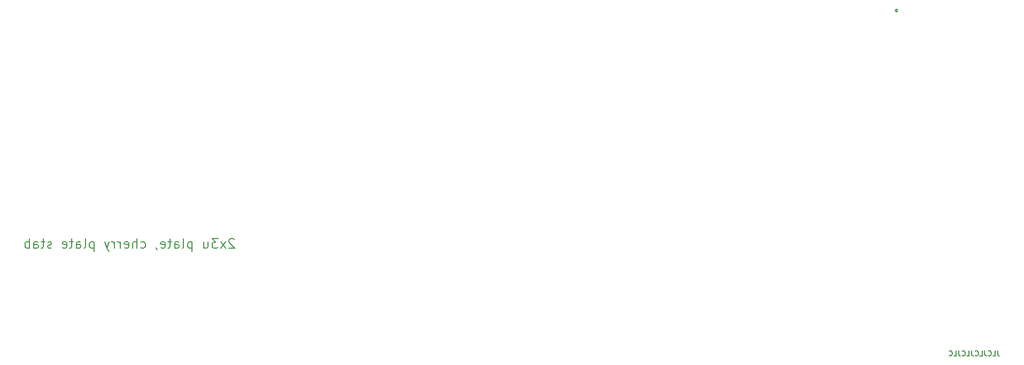
<source format=gbo>
G04 #@! TF.GenerationSoftware,KiCad,Pcbnew,7.0.5.1-1-g8f565ef7f0-dirty-deb11*
G04 #@! TF.CreationDate,2023-08-09T16:09:14+00:00*
G04 #@! TF.ProjectId,plate,706c6174-652e-46b6-9963-61645f706362,rev?*
G04 #@! TF.SameCoordinates,Original*
G04 #@! TF.FileFunction,Legend,Bot*
G04 #@! TF.FilePolarity,Positive*
%FSLAX46Y46*%
G04 Gerber Fmt 4.6, Leading zero omitted, Abs format (unit mm)*
G04 Created by KiCad (PCBNEW 7.0.5.1-1-g8f565ef7f0-dirty-deb11) date 2023-08-09 16:09:14*
%MOMM*%
%LPD*%
G01*
G04 APERTURE LIST*
%ADD10C,0.150000*%
%ADD11C,3.200000*%
G04 APERTURE END LIST*
D10*
X252327136Y-74217592D02*
G75*
G03*
X252327136Y-74217592I-194818J0D01*
G01*
X268133518Y-128216795D02*
X268133518Y-128788223D01*
X268133518Y-128788223D02*
X268171613Y-128902509D01*
X268171613Y-128902509D02*
X268247804Y-128978700D01*
X268247804Y-128978700D02*
X268362089Y-129016795D01*
X268362089Y-129016795D02*
X268438280Y-129016795D01*
X267371613Y-129016795D02*
X267752565Y-129016795D01*
X267752565Y-129016795D02*
X267752565Y-128216795D01*
X266647803Y-128940604D02*
X266685899Y-128978700D01*
X266685899Y-128978700D02*
X266800184Y-129016795D01*
X266800184Y-129016795D02*
X266876375Y-129016795D01*
X266876375Y-129016795D02*
X266990661Y-128978700D01*
X266990661Y-128978700D02*
X267066851Y-128902509D01*
X267066851Y-128902509D02*
X267104946Y-128826319D01*
X267104946Y-128826319D02*
X267143042Y-128673938D01*
X267143042Y-128673938D02*
X267143042Y-128559652D01*
X267143042Y-128559652D02*
X267104946Y-128407271D01*
X267104946Y-128407271D02*
X267066851Y-128331080D01*
X267066851Y-128331080D02*
X266990661Y-128254890D01*
X266990661Y-128254890D02*
X266876375Y-128216795D01*
X266876375Y-128216795D02*
X266800184Y-128216795D01*
X266800184Y-128216795D02*
X266685899Y-128254890D01*
X266685899Y-128254890D02*
X266647803Y-128292985D01*
X266076375Y-128216795D02*
X266076375Y-128788223D01*
X266076375Y-128788223D02*
X266114470Y-128902509D01*
X266114470Y-128902509D02*
X266190661Y-128978700D01*
X266190661Y-128978700D02*
X266304946Y-129016795D01*
X266304946Y-129016795D02*
X266381137Y-129016795D01*
X265314470Y-129016795D02*
X265695422Y-129016795D01*
X265695422Y-129016795D02*
X265695422Y-128216795D01*
X264590660Y-128940604D02*
X264628756Y-128978700D01*
X264628756Y-128978700D02*
X264743041Y-129016795D01*
X264743041Y-129016795D02*
X264819232Y-129016795D01*
X264819232Y-129016795D02*
X264933518Y-128978700D01*
X264933518Y-128978700D02*
X265009708Y-128902509D01*
X265009708Y-128902509D02*
X265047803Y-128826319D01*
X265047803Y-128826319D02*
X265085899Y-128673938D01*
X265085899Y-128673938D02*
X265085899Y-128559652D01*
X265085899Y-128559652D02*
X265047803Y-128407271D01*
X265047803Y-128407271D02*
X265009708Y-128331080D01*
X265009708Y-128331080D02*
X264933518Y-128254890D01*
X264933518Y-128254890D02*
X264819232Y-128216795D01*
X264819232Y-128216795D02*
X264743041Y-128216795D01*
X264743041Y-128216795D02*
X264628756Y-128254890D01*
X264628756Y-128254890D02*
X264590660Y-128292985D01*
X264019232Y-128216795D02*
X264019232Y-128788223D01*
X264019232Y-128788223D02*
X264057327Y-128902509D01*
X264057327Y-128902509D02*
X264133518Y-128978700D01*
X264133518Y-128978700D02*
X264247803Y-129016795D01*
X264247803Y-129016795D02*
X264323994Y-129016795D01*
X263257327Y-129016795D02*
X263638279Y-129016795D01*
X263638279Y-129016795D02*
X263638279Y-128216795D01*
X262533517Y-128940604D02*
X262571613Y-128978700D01*
X262571613Y-128978700D02*
X262685898Y-129016795D01*
X262685898Y-129016795D02*
X262762089Y-129016795D01*
X262762089Y-129016795D02*
X262876375Y-128978700D01*
X262876375Y-128978700D02*
X262952565Y-128902509D01*
X262952565Y-128902509D02*
X262990660Y-128826319D01*
X262990660Y-128826319D02*
X263028756Y-128673938D01*
X263028756Y-128673938D02*
X263028756Y-128559652D01*
X263028756Y-128559652D02*
X262990660Y-128407271D01*
X262990660Y-128407271D02*
X262952565Y-128331080D01*
X262952565Y-128331080D02*
X262876375Y-128254890D01*
X262876375Y-128254890D02*
X262762089Y-128216795D01*
X262762089Y-128216795D02*
X262685898Y-128216795D01*
X262685898Y-128216795D02*
X262571613Y-128254890D01*
X262571613Y-128254890D02*
X262533517Y-128292985D01*
X261962089Y-128216795D02*
X261962089Y-128788223D01*
X261962089Y-128788223D02*
X262000184Y-128902509D01*
X262000184Y-128902509D02*
X262076375Y-128978700D01*
X262076375Y-128978700D02*
X262190660Y-129016795D01*
X262190660Y-129016795D02*
X262266851Y-129016795D01*
X261200184Y-129016795D02*
X261581136Y-129016795D01*
X261581136Y-129016795D02*
X261581136Y-128216795D01*
X260476374Y-128940604D02*
X260514470Y-128978700D01*
X260514470Y-128978700D02*
X260628755Y-129016795D01*
X260628755Y-129016795D02*
X260704946Y-129016795D01*
X260704946Y-129016795D02*
X260819232Y-128978700D01*
X260819232Y-128978700D02*
X260895422Y-128902509D01*
X260895422Y-128902509D02*
X260933517Y-128826319D01*
X260933517Y-128826319D02*
X260971613Y-128673938D01*
X260971613Y-128673938D02*
X260971613Y-128559652D01*
X260971613Y-128559652D02*
X260933517Y-128407271D01*
X260933517Y-128407271D02*
X260895422Y-128331080D01*
X260895422Y-128331080D02*
X260819232Y-128254890D01*
X260819232Y-128254890D02*
X260704946Y-128216795D01*
X260704946Y-128216795D02*
X260628755Y-128216795D01*
X260628755Y-128216795D02*
X260514470Y-128254890D01*
X260514470Y-128254890D02*
X260476374Y-128292985D01*
X147266851Y-110573985D02*
X147195423Y-110502557D01*
X147195423Y-110502557D02*
X147052566Y-110431128D01*
X147052566Y-110431128D02*
X146695423Y-110431128D01*
X146695423Y-110431128D02*
X146552566Y-110502557D01*
X146552566Y-110502557D02*
X146481137Y-110573985D01*
X146481137Y-110573985D02*
X146409708Y-110716842D01*
X146409708Y-110716842D02*
X146409708Y-110859700D01*
X146409708Y-110859700D02*
X146481137Y-111073985D01*
X146481137Y-111073985D02*
X147338280Y-111931128D01*
X147338280Y-111931128D02*
X146409708Y-111931128D01*
X145909709Y-111931128D02*
X145123995Y-110931128D01*
X145909709Y-110931128D02*
X145123995Y-111931128D01*
X144695423Y-110431128D02*
X143766851Y-110431128D01*
X143766851Y-110431128D02*
X144266851Y-111002557D01*
X144266851Y-111002557D02*
X144052566Y-111002557D01*
X144052566Y-111002557D02*
X143909709Y-111073985D01*
X143909709Y-111073985D02*
X143838280Y-111145414D01*
X143838280Y-111145414D02*
X143766851Y-111288271D01*
X143766851Y-111288271D02*
X143766851Y-111645414D01*
X143766851Y-111645414D02*
X143838280Y-111788271D01*
X143838280Y-111788271D02*
X143909709Y-111859700D01*
X143909709Y-111859700D02*
X144052566Y-111931128D01*
X144052566Y-111931128D02*
X144481137Y-111931128D01*
X144481137Y-111931128D02*
X144623994Y-111859700D01*
X144623994Y-111859700D02*
X144695423Y-111788271D01*
X142481138Y-110931128D02*
X142481138Y-111931128D01*
X143123995Y-110931128D02*
X143123995Y-111716842D01*
X143123995Y-111716842D02*
X143052566Y-111859700D01*
X143052566Y-111859700D02*
X142909709Y-111931128D01*
X142909709Y-111931128D02*
X142695423Y-111931128D01*
X142695423Y-111931128D02*
X142552566Y-111859700D01*
X142552566Y-111859700D02*
X142481138Y-111788271D01*
X140623995Y-110931128D02*
X140623995Y-112431128D01*
X140623995Y-111002557D02*
X140481138Y-110931128D01*
X140481138Y-110931128D02*
X140195423Y-110931128D01*
X140195423Y-110931128D02*
X140052566Y-111002557D01*
X140052566Y-111002557D02*
X139981138Y-111073985D01*
X139981138Y-111073985D02*
X139909709Y-111216842D01*
X139909709Y-111216842D02*
X139909709Y-111645414D01*
X139909709Y-111645414D02*
X139981138Y-111788271D01*
X139981138Y-111788271D02*
X140052566Y-111859700D01*
X140052566Y-111859700D02*
X140195423Y-111931128D01*
X140195423Y-111931128D02*
X140481138Y-111931128D01*
X140481138Y-111931128D02*
X140623995Y-111859700D01*
X139052566Y-111931128D02*
X139195423Y-111859700D01*
X139195423Y-111859700D02*
X139266852Y-111716842D01*
X139266852Y-111716842D02*
X139266852Y-110431128D01*
X137838281Y-111931128D02*
X137838281Y-111145414D01*
X137838281Y-111145414D02*
X137909709Y-111002557D01*
X137909709Y-111002557D02*
X138052566Y-110931128D01*
X138052566Y-110931128D02*
X138338281Y-110931128D01*
X138338281Y-110931128D02*
X138481138Y-111002557D01*
X137838281Y-111859700D02*
X137981138Y-111931128D01*
X137981138Y-111931128D02*
X138338281Y-111931128D01*
X138338281Y-111931128D02*
X138481138Y-111859700D01*
X138481138Y-111859700D02*
X138552566Y-111716842D01*
X138552566Y-111716842D02*
X138552566Y-111573985D01*
X138552566Y-111573985D02*
X138481138Y-111431128D01*
X138481138Y-111431128D02*
X138338281Y-111359700D01*
X138338281Y-111359700D02*
X137981138Y-111359700D01*
X137981138Y-111359700D02*
X137838281Y-111288271D01*
X137338280Y-110931128D02*
X136766852Y-110931128D01*
X137123995Y-110431128D02*
X137123995Y-111716842D01*
X137123995Y-111716842D02*
X137052566Y-111859700D01*
X137052566Y-111859700D02*
X136909709Y-111931128D01*
X136909709Y-111931128D02*
X136766852Y-111931128D01*
X135695423Y-111859700D02*
X135838280Y-111931128D01*
X135838280Y-111931128D02*
X136123995Y-111931128D01*
X136123995Y-111931128D02*
X136266852Y-111859700D01*
X136266852Y-111859700D02*
X136338280Y-111716842D01*
X136338280Y-111716842D02*
X136338280Y-111145414D01*
X136338280Y-111145414D02*
X136266852Y-111002557D01*
X136266852Y-111002557D02*
X136123995Y-110931128D01*
X136123995Y-110931128D02*
X135838280Y-110931128D01*
X135838280Y-110931128D02*
X135695423Y-111002557D01*
X135695423Y-111002557D02*
X135623995Y-111145414D01*
X135623995Y-111145414D02*
X135623995Y-111288271D01*
X135623995Y-111288271D02*
X136338280Y-111431128D01*
X134909709Y-111859700D02*
X134909709Y-111931128D01*
X134909709Y-111931128D02*
X134981138Y-112073985D01*
X134981138Y-112073985D02*
X135052566Y-112145414D01*
X132481138Y-111859700D02*
X132623995Y-111931128D01*
X132623995Y-111931128D02*
X132909709Y-111931128D01*
X132909709Y-111931128D02*
X133052566Y-111859700D01*
X133052566Y-111859700D02*
X133123995Y-111788271D01*
X133123995Y-111788271D02*
X133195423Y-111645414D01*
X133195423Y-111645414D02*
X133195423Y-111216842D01*
X133195423Y-111216842D02*
X133123995Y-111073985D01*
X133123995Y-111073985D02*
X133052566Y-111002557D01*
X133052566Y-111002557D02*
X132909709Y-110931128D01*
X132909709Y-110931128D02*
X132623995Y-110931128D01*
X132623995Y-110931128D02*
X132481138Y-111002557D01*
X131838281Y-111931128D02*
X131838281Y-110431128D01*
X131195424Y-111931128D02*
X131195424Y-111145414D01*
X131195424Y-111145414D02*
X131266852Y-111002557D01*
X131266852Y-111002557D02*
X131409709Y-110931128D01*
X131409709Y-110931128D02*
X131623995Y-110931128D01*
X131623995Y-110931128D02*
X131766852Y-111002557D01*
X131766852Y-111002557D02*
X131838281Y-111073985D01*
X129909709Y-111859700D02*
X130052566Y-111931128D01*
X130052566Y-111931128D02*
X130338281Y-111931128D01*
X130338281Y-111931128D02*
X130481138Y-111859700D01*
X130481138Y-111859700D02*
X130552566Y-111716842D01*
X130552566Y-111716842D02*
X130552566Y-111145414D01*
X130552566Y-111145414D02*
X130481138Y-111002557D01*
X130481138Y-111002557D02*
X130338281Y-110931128D01*
X130338281Y-110931128D02*
X130052566Y-110931128D01*
X130052566Y-110931128D02*
X129909709Y-111002557D01*
X129909709Y-111002557D02*
X129838281Y-111145414D01*
X129838281Y-111145414D02*
X129838281Y-111288271D01*
X129838281Y-111288271D02*
X130552566Y-111431128D01*
X129195424Y-111931128D02*
X129195424Y-110931128D01*
X129195424Y-111216842D02*
X129123995Y-111073985D01*
X129123995Y-111073985D02*
X129052567Y-111002557D01*
X129052567Y-111002557D02*
X128909709Y-110931128D01*
X128909709Y-110931128D02*
X128766852Y-110931128D01*
X128266853Y-111931128D02*
X128266853Y-110931128D01*
X128266853Y-111216842D02*
X128195424Y-111073985D01*
X128195424Y-111073985D02*
X128123996Y-111002557D01*
X128123996Y-111002557D02*
X127981138Y-110931128D01*
X127981138Y-110931128D02*
X127838281Y-110931128D01*
X127481139Y-110931128D02*
X127123996Y-111931128D01*
X126766853Y-110931128D02*
X127123996Y-111931128D01*
X127123996Y-111931128D02*
X127266853Y-112288271D01*
X127266853Y-112288271D02*
X127338282Y-112359700D01*
X127338282Y-112359700D02*
X127481139Y-112431128D01*
X125052568Y-110931128D02*
X125052568Y-112431128D01*
X125052568Y-111002557D02*
X124909711Y-110931128D01*
X124909711Y-110931128D02*
X124623996Y-110931128D01*
X124623996Y-110931128D02*
X124481139Y-111002557D01*
X124481139Y-111002557D02*
X124409711Y-111073985D01*
X124409711Y-111073985D02*
X124338282Y-111216842D01*
X124338282Y-111216842D02*
X124338282Y-111645414D01*
X124338282Y-111645414D02*
X124409711Y-111788271D01*
X124409711Y-111788271D02*
X124481139Y-111859700D01*
X124481139Y-111859700D02*
X124623996Y-111931128D01*
X124623996Y-111931128D02*
X124909711Y-111931128D01*
X124909711Y-111931128D02*
X125052568Y-111859700D01*
X123481139Y-111931128D02*
X123623996Y-111859700D01*
X123623996Y-111859700D02*
X123695425Y-111716842D01*
X123695425Y-111716842D02*
X123695425Y-110431128D01*
X122266854Y-111931128D02*
X122266854Y-111145414D01*
X122266854Y-111145414D02*
X122338282Y-111002557D01*
X122338282Y-111002557D02*
X122481139Y-110931128D01*
X122481139Y-110931128D02*
X122766854Y-110931128D01*
X122766854Y-110931128D02*
X122909711Y-111002557D01*
X122266854Y-111859700D02*
X122409711Y-111931128D01*
X122409711Y-111931128D02*
X122766854Y-111931128D01*
X122766854Y-111931128D02*
X122909711Y-111859700D01*
X122909711Y-111859700D02*
X122981139Y-111716842D01*
X122981139Y-111716842D02*
X122981139Y-111573985D01*
X122981139Y-111573985D02*
X122909711Y-111431128D01*
X122909711Y-111431128D02*
X122766854Y-111359700D01*
X122766854Y-111359700D02*
X122409711Y-111359700D01*
X122409711Y-111359700D02*
X122266854Y-111288271D01*
X121766853Y-110931128D02*
X121195425Y-110931128D01*
X121552568Y-110431128D02*
X121552568Y-111716842D01*
X121552568Y-111716842D02*
X121481139Y-111859700D01*
X121481139Y-111859700D02*
X121338282Y-111931128D01*
X121338282Y-111931128D02*
X121195425Y-111931128D01*
X120123996Y-111859700D02*
X120266853Y-111931128D01*
X120266853Y-111931128D02*
X120552568Y-111931128D01*
X120552568Y-111931128D02*
X120695425Y-111859700D01*
X120695425Y-111859700D02*
X120766853Y-111716842D01*
X120766853Y-111716842D02*
X120766853Y-111145414D01*
X120766853Y-111145414D02*
X120695425Y-111002557D01*
X120695425Y-111002557D02*
X120552568Y-110931128D01*
X120552568Y-110931128D02*
X120266853Y-110931128D01*
X120266853Y-110931128D02*
X120123996Y-111002557D01*
X120123996Y-111002557D02*
X120052568Y-111145414D01*
X120052568Y-111145414D02*
X120052568Y-111288271D01*
X120052568Y-111288271D02*
X120766853Y-111431128D01*
X118338282Y-111859700D02*
X118195425Y-111931128D01*
X118195425Y-111931128D02*
X117909711Y-111931128D01*
X117909711Y-111931128D02*
X117766854Y-111859700D01*
X117766854Y-111859700D02*
X117695425Y-111716842D01*
X117695425Y-111716842D02*
X117695425Y-111645414D01*
X117695425Y-111645414D02*
X117766854Y-111502557D01*
X117766854Y-111502557D02*
X117909711Y-111431128D01*
X117909711Y-111431128D02*
X118123997Y-111431128D01*
X118123997Y-111431128D02*
X118266854Y-111359700D01*
X118266854Y-111359700D02*
X118338282Y-111216842D01*
X118338282Y-111216842D02*
X118338282Y-111145414D01*
X118338282Y-111145414D02*
X118266854Y-111002557D01*
X118266854Y-111002557D02*
X118123997Y-110931128D01*
X118123997Y-110931128D02*
X117909711Y-110931128D01*
X117909711Y-110931128D02*
X117766854Y-111002557D01*
X117266853Y-110931128D02*
X116695425Y-110931128D01*
X117052568Y-110431128D02*
X117052568Y-111716842D01*
X117052568Y-111716842D02*
X116981139Y-111859700D01*
X116981139Y-111859700D02*
X116838282Y-111931128D01*
X116838282Y-111931128D02*
X116695425Y-111931128D01*
X115552568Y-111931128D02*
X115552568Y-111145414D01*
X115552568Y-111145414D02*
X115623996Y-111002557D01*
X115623996Y-111002557D02*
X115766853Y-110931128D01*
X115766853Y-110931128D02*
X116052568Y-110931128D01*
X116052568Y-110931128D02*
X116195425Y-111002557D01*
X115552568Y-111859700D02*
X115695425Y-111931128D01*
X115695425Y-111931128D02*
X116052568Y-111931128D01*
X116052568Y-111931128D02*
X116195425Y-111859700D01*
X116195425Y-111859700D02*
X116266853Y-111716842D01*
X116266853Y-111716842D02*
X116266853Y-111573985D01*
X116266853Y-111573985D02*
X116195425Y-111431128D01*
X116195425Y-111431128D02*
X116052568Y-111359700D01*
X116052568Y-111359700D02*
X115695425Y-111359700D01*
X115695425Y-111359700D02*
X115552568Y-111288271D01*
X114838282Y-111931128D02*
X114838282Y-110431128D01*
X114838282Y-111002557D02*
X114695425Y-110931128D01*
X114695425Y-110931128D02*
X114409710Y-110931128D01*
X114409710Y-110931128D02*
X114266853Y-111002557D01*
X114266853Y-111002557D02*
X114195425Y-111073985D01*
X114195425Y-111073985D02*
X114123996Y-111216842D01*
X114123996Y-111216842D02*
X114123996Y-111645414D01*
X114123996Y-111645414D02*
X114195425Y-111788271D01*
X114195425Y-111788271D02*
X114266853Y-111859700D01*
X114266853Y-111859700D02*
X114409710Y-111931128D01*
X114409710Y-111931128D02*
X114695425Y-111931128D01*
X114695425Y-111931128D02*
X114838282Y-111859700D01*
%LPC*%
D11*
X21745000Y-120272500D03*
X269395000Y-82172500D03*
X162238750Y-63122500D03*
X187430500Y-120272500D03*
X90801250Y-82172500D03*
X157476250Y-101222500D03*
X224151250Y-82172500D03*
X226531704Y-120272500D03*
X200338750Y-63122500D03*
X233676250Y-101222500D03*
X186051250Y-82172500D03*
X145758625Y-120272149D03*
X21670000Y-101222500D03*
X274157500Y-120272500D03*
X48745000Y-82172500D03*
X251535625Y-120272500D03*
X45557500Y-63122500D03*
X86038750Y-63122500D03*
X62226250Y-101222500D03*
X24126250Y-63122500D03*
X69370000Y-120272500D03*
X44366875Y-120272500D03*
X238438750Y-63122500D03*
X147976250Y-82172500D03*
X119376250Y-101222500D03*
X124138750Y-63122500D03*
X274157500Y-101222500D03*
%LPD*%
M02*

</source>
